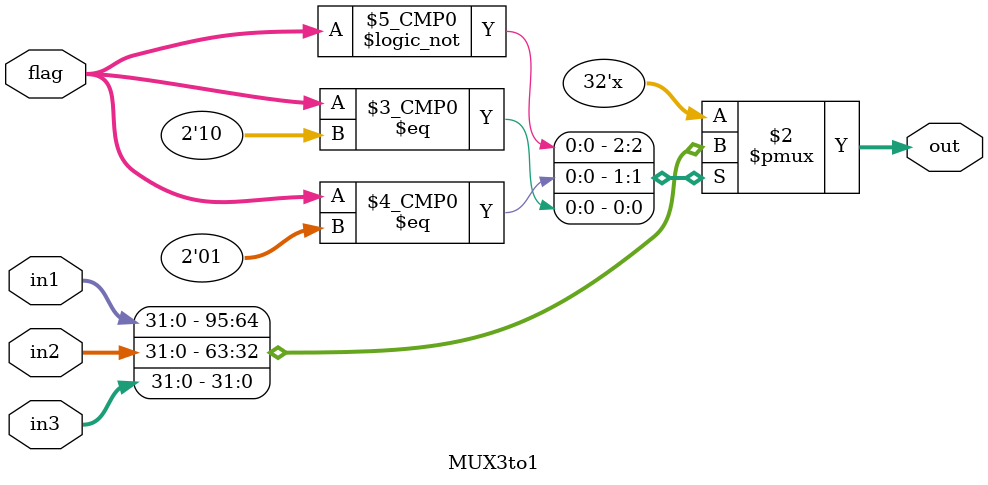
<source format=v>
module MUX3to1
#(parameter WIDTH = 32)
(flag, in1, in2, in3, out);

input wire [1:0] flag;
input wire [WIDTH-1:0] in1;
input wire [WIDTH-1:0] in2;
input wire [WIDTH-1:0] in3;

output reg [WIDTH-1:0] out;

always @* begin
    case(flag)
      2'b00: begin
          out <= in1;
      end
      2'b01: begin
          out <= in2;
      end
      2'b10: begin
          out <= in3;
      end
    endcase
end

endmodule

</source>
